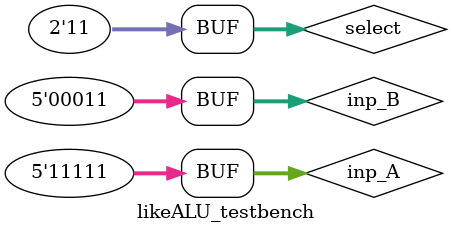
<source format=v>
`define DELAY 20

module likeALU_testbench(); 

reg[4:0] inp_A, inp_B;
reg[1:0] select;
wire[4:0] out ;

likeALU lA (out, inp_A, inp_B, select);


initial begin
inp_A = 5'b11111; inp_B = 5'b00000;  select = 2'b00 ; 
#`DELAY;

inp_A = 5'b10011; inp_B = 5'b00001;  select = 2'b01 ; 
#`DELAY;

inp_A = 5'b11111; inp_B = 5'b00000;  select = 2'b10 ; 
#`DELAY;

inp_A = 5'b11111; inp_B = 5'b00011;  select = 2'b11 ;

end
 
 
initial
begin
$monitor("time = %5d, select=%2b, a=%5b, b=%5b, out=%5b", $time, select, inp_A, inp_B, out);
end
 
endmodule
</source>
